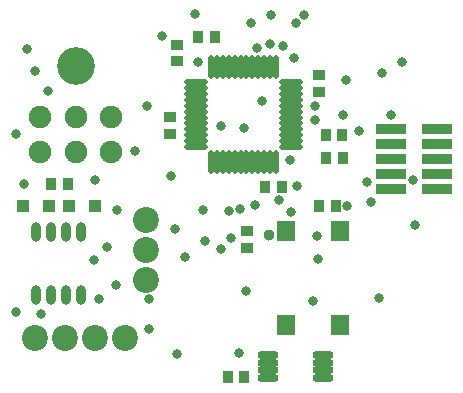
<source format=gts>
G04 Layer_Color=8388736*
%FSLAX25Y25*%
%MOIN*%
G70*
G01*
G75*
%ADD34O,0.07087X0.02677*%
%ADD35O,0.01969X0.07874*%
%ADD36O,0.07874X0.01969*%
%ADD37O,0.03150X0.06693*%
%ADD38R,0.06299X0.06890*%
%ADD39R,0.04331X0.03543*%
%ADD40R,0.03543X0.04331*%
%ADD41R,0.10236X0.03780*%
%ADD42R,0.03937X0.03937*%
%ADD43C,0.08661*%
%ADD44C,0.12598*%
%ADD45C,0.07480*%
%ADD46C,0.03187*%
%ADD47C,0.03150*%
%ADD48C,0.03787*%
D34*
X131255Y27461D02*
D03*
Y30020D02*
D03*
Y32579D02*
D03*
Y35139D02*
D03*
X113145Y27461D02*
D03*
Y30020D02*
D03*
Y32579D02*
D03*
Y35139D02*
D03*
D35*
X93973Y131245D02*
D03*
X95942D02*
D03*
X97910D02*
D03*
X99879D02*
D03*
X101847D02*
D03*
X103816D02*
D03*
X105784D02*
D03*
X107753D02*
D03*
X109721D02*
D03*
X111690D02*
D03*
X113658D02*
D03*
X115627D02*
D03*
Y99355D02*
D03*
X113658D02*
D03*
X111690D02*
D03*
X109721D02*
D03*
X107753D02*
D03*
X105784D02*
D03*
X103816D02*
D03*
X101847D02*
D03*
X99879D02*
D03*
X97910D02*
D03*
X95942D02*
D03*
X93973D02*
D03*
D36*
X120745Y126127D02*
D03*
Y124158D02*
D03*
Y122190D02*
D03*
Y120221D02*
D03*
Y118253D02*
D03*
Y116284D02*
D03*
Y114316D02*
D03*
Y112347D02*
D03*
Y110379D02*
D03*
Y108410D02*
D03*
Y106442D02*
D03*
Y104473D02*
D03*
X88855D02*
D03*
Y106442D02*
D03*
Y108410D02*
D03*
Y110379D02*
D03*
Y112347D02*
D03*
Y114316D02*
D03*
Y116284D02*
D03*
Y118253D02*
D03*
Y120221D02*
D03*
Y122190D02*
D03*
Y124158D02*
D03*
Y126127D02*
D03*
D37*
X50600Y76330D02*
D03*
X45600D02*
D03*
X40600D02*
D03*
X35600D02*
D03*
X50600Y55070D02*
D03*
X45600D02*
D03*
X40600D02*
D03*
X35600D02*
D03*
D38*
X118890Y76399D02*
D03*
Y45100D02*
D03*
X137000Y76399D02*
D03*
Y45100D02*
D03*
D39*
X106100Y70944D02*
D03*
Y76456D02*
D03*
X82600Y138609D02*
D03*
Y133097D02*
D03*
X80300Y114356D02*
D03*
Y108844D02*
D03*
X130000Y122844D02*
D03*
Y128356D02*
D03*
D40*
X46156Y92300D02*
D03*
X40644D02*
D03*
X137756Y108500D02*
D03*
X132244D02*
D03*
X137856Y101000D02*
D03*
X132344D02*
D03*
X112044Y91200D02*
D03*
X117556D02*
D03*
X95156Y141100D02*
D03*
X89644D02*
D03*
X130091Y84947D02*
D03*
X135603D02*
D03*
X99544Y27800D02*
D03*
X105056D02*
D03*
D41*
X153823Y110600D02*
D03*
X169177D02*
D03*
X153823Y105600D02*
D03*
X169177D02*
D03*
X153823Y100600D02*
D03*
X169177D02*
D03*
X153823Y95600D02*
D03*
X169177D02*
D03*
X153823Y90600D02*
D03*
X169177D02*
D03*
D42*
X46769Y84800D02*
D03*
X55431D02*
D03*
X39831Y84900D02*
D03*
X31169D02*
D03*
D43*
X35300Y41000D02*
D03*
X45300D02*
D03*
X65300D02*
D03*
X55300D02*
D03*
X72242Y60300D02*
D03*
Y70300D02*
D03*
Y80300D02*
D03*
D44*
X48900Y131626D02*
D03*
D45*
Y114618D02*
D03*
X37089D02*
D03*
X60711D02*
D03*
Y102807D02*
D03*
X48900D02*
D03*
X37089D02*
D03*
D46*
X80600Y94900D02*
D03*
X110900Y119800D02*
D03*
X105100Y111000D02*
D03*
X128800Y113600D02*
D03*
X120300Y100200D02*
D03*
X35400Y129900D02*
D03*
X32500Y137100D02*
D03*
X68500Y103200D02*
D03*
X72500Y118100D02*
D03*
X88700Y148900D02*
D03*
X77500Y141400D02*
D03*
X91200Y83600D02*
D03*
X92000Y73300D02*
D03*
X108700Y85300D02*
D03*
X85300Y67800D02*
D03*
X129300Y75000D02*
D03*
X129800Y67200D02*
D03*
X100700Y74300D02*
D03*
X39600Y123200D02*
D03*
X62200Y58400D02*
D03*
X37300Y48900D02*
D03*
X105500Y56400D02*
D03*
X81900Y77100D02*
D03*
X62600Y83600D02*
D03*
X55100Y66700D02*
D03*
X73200Y43700D02*
D03*
X82800Y35400D02*
D03*
X31700Y92100D02*
D03*
X55400Y93500D02*
D03*
X116800Y86900D02*
D03*
X100100Y83200D02*
D03*
X150100Y54300D02*
D03*
X127900Y53300D02*
D03*
X161400Y93600D02*
D03*
X157600Y132700D02*
D03*
X151100Y129100D02*
D03*
X162000Y78600D02*
D03*
X114100Y148400D02*
D03*
X139100Y126800D02*
D03*
D47*
X122500Y91400D02*
D03*
X121800Y134100D02*
D03*
X89500Y132900D02*
D03*
X97300Y111500D02*
D03*
X103700Y83800D02*
D03*
X138000Y115300D02*
D03*
X143481Y109719D02*
D03*
X103400Y35700D02*
D03*
X120800Y83000D02*
D03*
X59300Y71200D02*
D03*
X73400Y53900D02*
D03*
X56800D02*
D03*
X28900Y108700D02*
D03*
Y49600D02*
D03*
X97300Y70500D02*
D03*
X109400Y137400D02*
D03*
X113658Y138842D02*
D03*
X117900Y138200D02*
D03*
X128700Y118200D02*
D03*
X146000Y92800D02*
D03*
X107400Y146000D02*
D03*
X122200Y145900D02*
D03*
X125100Y148400D02*
D03*
X147200Y86300D02*
D03*
X139353Y84947D02*
D03*
X154100Y115100D02*
D03*
D48*
X113300Y75300D02*
D03*
M02*

</source>
